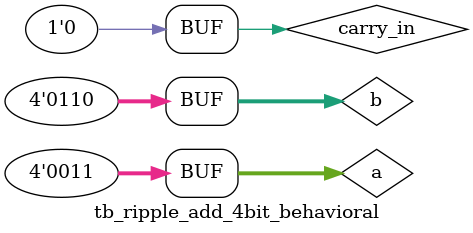
<source format=v>
module tb_ripple_add_4bit_behavioral();
                reg [3:0] a;
		reg [3:0] b;
		reg carry_in;
		wire [3:0] sum;
		wire carry_out;
		
		wire [2:0] c;
		
		ripple_add_4bit_behavioral RIP_ADD(
		  .a(a),
		  .b(b),
		  .carry_in(carry_in),
		  .carry_out(carry_out),
		  .sum(sum)
		  );
		  
		  
	      initial begin
		 $monitor ("a=%b,b=%b,carry_in=%b,sum=%b,carry_out=%b",a,b,carry_in,sum,carry_out);
		 #1; a=4'b0000; b=4'b0000; carry_in=0;
		 #1; a = 4'b0000; b = 4'b0000; carry_in = 1;
                 #1; a = 4'b0001; b = 4'b0001; carry_in = 0;
                 #1; a = 4'b0001; b = 4'b0001; carry_in = 1;
                 #1; a = 4'd3;    b = 4'd6;    carry_in = 0;
	      end
endmodule

</source>
